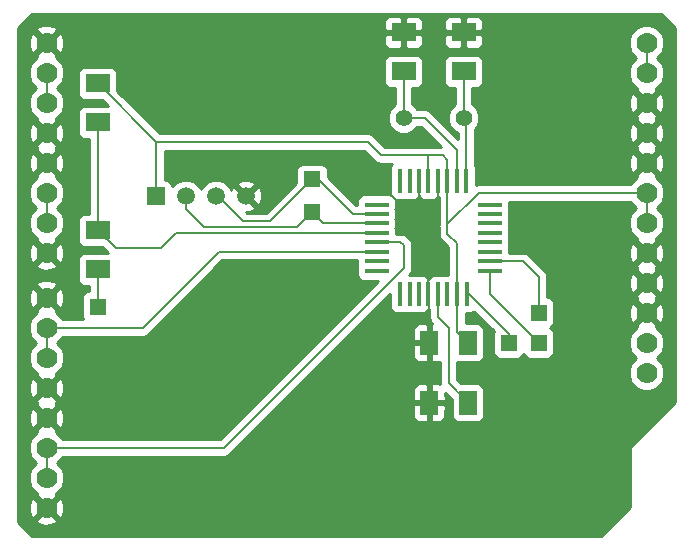
<source format=gbl>
G04 (created by PCBNEW-RS274X (2012-apr-16-27)-stable) date Thu 02 May 2013 10:59:58 AM CLT*
G01*
G70*
G90*
%MOIN*%
G04 Gerber Fmt 3.4, Leading zero omitted, Abs format*
%FSLAX34Y34*%
G04 APERTURE LIST*
%ADD10C,0.006000*%
%ADD11R,0.059100X0.059100*%
%ADD12C,0.059100*%
%ADD13R,0.017700X0.078700*%
%ADD14R,0.078700X0.017700*%
%ADD15R,0.060000X0.080000*%
%ADD16R,0.080000X0.060000*%
%ADD17R,0.055000X0.055000*%
%ADD18C,0.056000*%
%ADD19C,0.070000*%
%ADD20C,0.008000*%
%ADD21C,0.010000*%
G04 APERTURE END LIST*
G54D10*
G54D11*
X10650Y-15400D03*
G54D12*
X11650Y-15400D03*
X12650Y-15400D03*
X13650Y-15400D03*
G54D13*
X20993Y-14904D03*
X20678Y-14904D03*
X20363Y-14904D03*
X20048Y-14904D03*
X19733Y-14904D03*
X19418Y-14904D03*
X19103Y-14904D03*
X18788Y-14904D03*
X18790Y-18670D03*
X21000Y-18670D03*
X20680Y-18670D03*
X20360Y-18670D03*
X20050Y-18670D03*
X19730Y-18670D03*
X19420Y-18670D03*
X19100Y-18670D03*
G54D14*
X18000Y-15688D03*
X18000Y-16002D03*
X18000Y-16318D03*
X18000Y-16632D03*
X18000Y-16948D03*
X18000Y-17262D03*
X18000Y-17578D03*
X18000Y-17892D03*
X21780Y-15690D03*
X21780Y-16000D03*
X21780Y-16320D03*
X21780Y-16630D03*
X21780Y-16940D03*
X21780Y-17260D03*
X21780Y-17580D03*
X21780Y-17900D03*
G54D15*
X21050Y-20300D03*
X19750Y-20300D03*
X21050Y-22300D03*
X19750Y-22300D03*
G54D16*
X18900Y-11250D03*
X18900Y-09950D03*
X20900Y-11250D03*
X20900Y-09950D03*
X08700Y-16550D03*
X08700Y-17850D03*
X08700Y-12950D03*
X08700Y-11650D03*
G54D17*
X23400Y-19300D03*
X23400Y-20300D03*
X22400Y-20300D03*
G54D18*
X18900Y-12800D03*
X20900Y-12800D03*
G54D19*
X07000Y-10300D03*
X07000Y-11300D03*
X07000Y-12300D03*
X07000Y-13300D03*
X07000Y-14300D03*
X07000Y-15300D03*
X07000Y-16300D03*
X07000Y-17300D03*
X07000Y-18800D03*
X07000Y-19800D03*
X07000Y-20800D03*
X07000Y-21800D03*
X07000Y-22800D03*
X07000Y-23800D03*
X07000Y-24800D03*
X07000Y-25800D03*
X27000Y-21300D03*
X27000Y-20300D03*
X27000Y-19300D03*
X27000Y-18300D03*
X27000Y-17300D03*
X27000Y-16300D03*
X27000Y-15300D03*
X27000Y-14300D03*
X27000Y-13300D03*
X27000Y-12300D03*
X27000Y-11300D03*
X27000Y-10300D03*
G54D17*
X08700Y-19100D03*
X15850Y-14850D03*
X15850Y-15950D03*
G54D20*
X27000Y-11300D02*
X27000Y-10300D01*
X20363Y-14904D02*
X20363Y-14213D01*
X20680Y-16980D02*
X20680Y-18670D01*
X20363Y-16663D02*
X20680Y-16980D01*
X21400Y-15300D02*
X20363Y-16337D01*
X20350Y-16400D02*
X20363Y-16400D01*
X20200Y-14050D02*
X19750Y-14050D01*
X20363Y-16500D02*
X20363Y-16663D01*
X20680Y-19930D02*
X21050Y-20300D01*
X19733Y-14050D02*
X19750Y-14050D01*
X20363Y-14213D02*
X20200Y-14050D01*
X19733Y-14904D02*
X19733Y-14050D01*
X10650Y-15400D02*
X10650Y-15050D01*
X20363Y-16337D02*
X20363Y-16387D01*
X10650Y-15050D02*
X10650Y-13600D01*
X10650Y-13600D02*
X08700Y-11650D01*
X17700Y-13600D02*
X18150Y-14050D01*
X18150Y-14050D02*
X19733Y-14050D01*
X10650Y-13600D02*
X17700Y-13600D01*
X27000Y-15300D02*
X21400Y-15300D01*
X20363Y-16387D02*
X20350Y-16400D01*
X20363Y-16400D02*
X20363Y-16500D01*
X20680Y-18670D02*
X20680Y-19930D01*
X27000Y-16300D02*
X27000Y-15300D01*
X20363Y-16337D02*
X20363Y-16400D01*
X20363Y-14904D02*
X20363Y-16337D01*
X08700Y-17850D02*
X08700Y-19100D01*
X11650Y-15400D02*
X11650Y-15800D01*
X11650Y-15800D02*
X11650Y-15850D01*
X15350Y-16450D02*
X15850Y-15950D01*
X12250Y-16450D02*
X15350Y-16450D01*
X11650Y-15850D02*
X12250Y-16450D01*
X18000Y-16318D02*
X16218Y-16318D01*
X16218Y-16318D02*
X15850Y-15950D01*
X18900Y-17800D02*
X12900Y-23800D01*
X18000Y-16948D02*
X18798Y-16948D01*
X12900Y-23800D02*
X07000Y-23800D01*
X18900Y-17050D02*
X18900Y-17800D01*
X07000Y-23800D02*
X07000Y-24800D01*
X18798Y-16948D02*
X18900Y-17050D01*
X12738Y-17262D02*
X10200Y-19800D01*
X07000Y-19800D02*
X07000Y-20800D01*
X10200Y-19800D02*
X07000Y-19800D01*
X18000Y-17262D02*
X12738Y-17262D01*
X12650Y-15400D02*
X12700Y-15400D01*
X12650Y-15400D02*
X12700Y-15400D01*
X13550Y-16250D02*
X14450Y-16250D01*
X17202Y-16002D02*
X16050Y-14850D01*
X18000Y-16002D02*
X17202Y-16002D01*
X14450Y-16250D02*
X15850Y-14850D01*
X12700Y-15400D02*
X13550Y-16250D01*
X16050Y-14850D02*
X15850Y-14850D01*
X19750Y-22300D02*
X19750Y-20300D01*
X20048Y-16212D02*
X19730Y-16530D01*
X19750Y-20300D02*
X19750Y-18690D01*
X20048Y-14904D02*
X20048Y-16212D01*
X19418Y-16218D02*
X19730Y-16530D01*
X19730Y-16530D02*
X19730Y-18670D01*
X19418Y-15950D02*
X19418Y-16218D01*
X19418Y-14904D02*
X19418Y-15950D01*
X19400Y-15950D02*
X19418Y-15950D01*
X19418Y-15950D02*
X19400Y-15950D01*
X13750Y-15400D02*
X13650Y-15400D01*
X17150Y-14050D02*
X19050Y-15950D01*
X15100Y-14050D02*
X17150Y-14050D01*
X13750Y-15400D02*
X15100Y-14050D01*
X19418Y-15950D02*
X19050Y-15950D01*
X19750Y-18690D02*
X19730Y-18670D01*
X20900Y-11250D02*
X20900Y-12800D01*
X20993Y-14904D02*
X20993Y-12893D01*
X20993Y-12893D02*
X20900Y-12800D01*
X20050Y-18670D02*
X20050Y-19450D01*
X20050Y-19450D02*
X20400Y-19800D01*
X20400Y-19800D02*
X20400Y-21650D01*
X20400Y-21650D02*
X21050Y-22300D01*
X23400Y-18100D02*
X23400Y-19300D01*
X21780Y-17580D02*
X22880Y-17580D01*
X22880Y-17580D02*
X23400Y-18100D01*
X21780Y-17900D02*
X21780Y-18680D01*
X21780Y-18680D02*
X23400Y-20300D01*
X08700Y-12950D02*
X08700Y-16550D01*
X08982Y-16832D02*
X08700Y-16550D01*
X11318Y-16632D02*
X10800Y-17150D01*
X10800Y-17150D02*
X09300Y-17150D01*
X09300Y-17150D02*
X08700Y-16550D01*
X18000Y-16632D02*
X11318Y-16632D01*
X21000Y-18670D02*
X21070Y-18670D01*
X22400Y-20000D02*
X22400Y-20300D01*
X21070Y-18670D02*
X22400Y-20000D01*
X18900Y-11250D02*
X18900Y-12800D01*
X20678Y-14904D02*
X20678Y-13878D01*
X19600Y-12800D02*
X18900Y-12800D01*
X20678Y-13878D02*
X19600Y-12800D01*
X07000Y-12300D02*
X07000Y-11300D01*
X07000Y-15300D02*
X07000Y-16300D01*
G54D10*
G36*
X18519Y-14340D02*
X18489Y-14370D01*
X18451Y-14461D01*
X18451Y-14560D01*
X18451Y-15346D01*
X18455Y-15356D01*
X18443Y-15351D01*
X18344Y-15351D01*
X17558Y-15351D01*
X17466Y-15389D01*
X17396Y-15459D01*
X17358Y-15550D01*
X17358Y-15649D01*
X17358Y-15712D01*
X17322Y-15712D01*
X16374Y-14764D01*
X16374Y-14526D01*
X16336Y-14434D01*
X16266Y-14364D01*
X16175Y-14326D01*
X16076Y-14326D01*
X15526Y-14326D01*
X15434Y-14364D01*
X15364Y-14434D01*
X15326Y-14525D01*
X15326Y-14624D01*
X15326Y-14964D01*
X14330Y-15960D01*
X14190Y-15960D01*
X14190Y-15478D01*
X14178Y-15266D01*
X14118Y-15121D01*
X14025Y-15096D01*
X13954Y-15167D01*
X13954Y-15025D01*
X13929Y-14932D01*
X13728Y-14860D01*
X13516Y-14872D01*
X13371Y-14932D01*
X13346Y-15025D01*
X13650Y-15329D01*
X13954Y-15025D01*
X13954Y-15167D01*
X13721Y-15400D01*
X14025Y-15704D01*
X14118Y-15679D01*
X14190Y-15478D01*
X14190Y-15960D01*
X13670Y-15960D01*
X13645Y-15935D01*
X13784Y-15928D01*
X13929Y-15868D01*
X13954Y-15775D01*
X13685Y-15506D01*
X13650Y-15471D01*
X13579Y-15400D01*
X13544Y-15365D01*
X13275Y-15096D01*
X13182Y-15121D01*
X13154Y-15197D01*
X13111Y-15092D01*
X12958Y-14939D01*
X12758Y-14856D01*
X12542Y-14856D01*
X12342Y-14939D01*
X12189Y-15092D01*
X12150Y-15185D01*
X12111Y-15092D01*
X11958Y-14939D01*
X11758Y-14856D01*
X11542Y-14856D01*
X11342Y-14939D01*
X11194Y-15087D01*
X11194Y-15056D01*
X11156Y-14964D01*
X11086Y-14894D01*
X10995Y-14856D01*
X10940Y-14856D01*
X10940Y-13890D01*
X17580Y-13890D01*
X17945Y-14255D01*
X18039Y-14318D01*
X18150Y-14340D01*
X18519Y-14340D01*
X18519Y-14340D01*
G37*
G54D21*
X18519Y-14340D02*
X18489Y-14370D01*
X18451Y-14461D01*
X18451Y-14560D01*
X18451Y-15346D01*
X18455Y-15356D01*
X18443Y-15351D01*
X18344Y-15351D01*
X17558Y-15351D01*
X17466Y-15389D01*
X17396Y-15459D01*
X17358Y-15550D01*
X17358Y-15649D01*
X17358Y-15712D01*
X17322Y-15712D01*
X16374Y-14764D01*
X16374Y-14526D01*
X16336Y-14434D01*
X16266Y-14364D01*
X16175Y-14326D01*
X16076Y-14326D01*
X15526Y-14326D01*
X15434Y-14364D01*
X15364Y-14434D01*
X15326Y-14525D01*
X15326Y-14624D01*
X15326Y-14964D01*
X14330Y-15960D01*
X14190Y-15960D01*
X14190Y-15478D01*
X14178Y-15266D01*
X14118Y-15121D01*
X14025Y-15096D01*
X13954Y-15167D01*
X13954Y-15025D01*
X13929Y-14932D01*
X13728Y-14860D01*
X13516Y-14872D01*
X13371Y-14932D01*
X13346Y-15025D01*
X13650Y-15329D01*
X13954Y-15025D01*
X13954Y-15167D01*
X13721Y-15400D01*
X14025Y-15704D01*
X14118Y-15679D01*
X14190Y-15478D01*
X14190Y-15960D01*
X13670Y-15960D01*
X13645Y-15935D01*
X13784Y-15928D01*
X13929Y-15868D01*
X13954Y-15775D01*
X13685Y-15506D01*
X13650Y-15471D01*
X13579Y-15400D01*
X13544Y-15365D01*
X13275Y-15096D01*
X13182Y-15121D01*
X13154Y-15197D01*
X13111Y-15092D01*
X12958Y-14939D01*
X12758Y-14856D01*
X12542Y-14856D01*
X12342Y-14939D01*
X12189Y-15092D01*
X12150Y-15185D01*
X12111Y-15092D01*
X11958Y-14939D01*
X11758Y-14856D01*
X11542Y-14856D01*
X11342Y-14939D01*
X11194Y-15087D01*
X11194Y-15056D01*
X11156Y-14964D01*
X11086Y-14894D01*
X10995Y-14856D01*
X10940Y-14856D01*
X10940Y-13890D01*
X17580Y-13890D01*
X17945Y-14255D01*
X18039Y-14318D01*
X18150Y-14340D01*
X18519Y-14340D01*
G54D10*
G36*
X20390Y-18028D02*
X20223Y-18028D01*
X20205Y-18035D01*
X20188Y-18028D01*
X20089Y-18028D01*
X19913Y-18028D01*
X19890Y-18037D01*
X19868Y-18028D01*
X19835Y-18028D01*
X19774Y-18089D01*
X19774Y-18113D01*
X19751Y-18136D01*
X19734Y-18174D01*
X19719Y-18136D01*
X19686Y-18103D01*
X19686Y-18089D01*
X19625Y-18028D01*
X19592Y-18028D01*
X19575Y-18035D01*
X19558Y-18028D01*
X19459Y-18028D01*
X19283Y-18028D01*
X19260Y-18037D01*
X19238Y-18028D01*
X19139Y-18028D01*
X19082Y-18028D01*
X19105Y-18005D01*
X19168Y-17911D01*
X19190Y-17800D01*
X19190Y-17050D01*
X19168Y-16939D01*
X19105Y-16845D01*
X19003Y-16743D01*
X18909Y-16680D01*
X18798Y-16658D01*
X18642Y-16658D01*
X18642Y-16495D01*
X18633Y-16475D01*
X18642Y-16456D01*
X18642Y-16357D01*
X18642Y-16181D01*
X18633Y-16160D01*
X18642Y-16140D01*
X18642Y-16041D01*
X18642Y-15865D01*
X18633Y-15845D01*
X18642Y-15826D01*
X18642Y-15727D01*
X18642Y-15551D01*
X18637Y-15540D01*
X18650Y-15546D01*
X18749Y-15546D01*
X18925Y-15546D01*
X18945Y-15537D01*
X18965Y-15546D01*
X19064Y-15546D01*
X19240Y-15546D01*
X19260Y-15537D01*
X19280Y-15546D01*
X19313Y-15546D01*
X19374Y-15485D01*
X19374Y-15466D01*
X19402Y-15438D01*
X19418Y-15399D01*
X19434Y-15438D01*
X19462Y-15466D01*
X19462Y-15485D01*
X19523Y-15546D01*
X19556Y-15546D01*
X19575Y-15537D01*
X19595Y-15546D01*
X19694Y-15546D01*
X19870Y-15546D01*
X19890Y-15537D01*
X19910Y-15546D01*
X19943Y-15546D01*
X20004Y-15485D01*
X20004Y-15466D01*
X20032Y-15438D01*
X20048Y-15399D01*
X20064Y-15438D01*
X20073Y-15447D01*
X20073Y-16334D01*
X20060Y-16400D01*
X20073Y-16465D01*
X20073Y-16500D01*
X20073Y-16663D01*
X20095Y-16774D01*
X20158Y-16868D01*
X20390Y-17100D01*
X20390Y-18028D01*
X20390Y-18028D01*
G37*
G54D21*
X20390Y-18028D02*
X20223Y-18028D01*
X20205Y-18035D01*
X20188Y-18028D01*
X20089Y-18028D01*
X19913Y-18028D01*
X19890Y-18037D01*
X19868Y-18028D01*
X19835Y-18028D01*
X19774Y-18089D01*
X19774Y-18113D01*
X19751Y-18136D01*
X19734Y-18174D01*
X19719Y-18136D01*
X19686Y-18103D01*
X19686Y-18089D01*
X19625Y-18028D01*
X19592Y-18028D01*
X19575Y-18035D01*
X19558Y-18028D01*
X19459Y-18028D01*
X19283Y-18028D01*
X19260Y-18037D01*
X19238Y-18028D01*
X19139Y-18028D01*
X19082Y-18028D01*
X19105Y-18005D01*
X19168Y-17911D01*
X19190Y-17800D01*
X19190Y-17050D01*
X19168Y-16939D01*
X19105Y-16845D01*
X19003Y-16743D01*
X18909Y-16680D01*
X18798Y-16658D01*
X18642Y-16658D01*
X18642Y-16495D01*
X18633Y-16475D01*
X18642Y-16456D01*
X18642Y-16357D01*
X18642Y-16181D01*
X18633Y-16160D01*
X18642Y-16140D01*
X18642Y-16041D01*
X18642Y-15865D01*
X18633Y-15845D01*
X18642Y-15826D01*
X18642Y-15727D01*
X18642Y-15551D01*
X18637Y-15540D01*
X18650Y-15546D01*
X18749Y-15546D01*
X18925Y-15546D01*
X18945Y-15537D01*
X18965Y-15546D01*
X19064Y-15546D01*
X19240Y-15546D01*
X19260Y-15537D01*
X19280Y-15546D01*
X19313Y-15546D01*
X19374Y-15485D01*
X19374Y-15466D01*
X19402Y-15438D01*
X19418Y-15399D01*
X19434Y-15438D01*
X19462Y-15466D01*
X19462Y-15485D01*
X19523Y-15546D01*
X19556Y-15546D01*
X19575Y-15537D01*
X19595Y-15546D01*
X19694Y-15546D01*
X19870Y-15546D01*
X19890Y-15537D01*
X19910Y-15546D01*
X19943Y-15546D01*
X20004Y-15485D01*
X20004Y-15466D01*
X20032Y-15438D01*
X20048Y-15399D01*
X20064Y-15438D01*
X20073Y-15447D01*
X20073Y-16334D01*
X20060Y-16400D01*
X20073Y-16465D01*
X20073Y-16500D01*
X20073Y-16663D01*
X20095Y-16774D01*
X20158Y-16868D01*
X20390Y-17100D01*
X20390Y-18028D01*
G54D10*
G36*
X27950Y-22279D02*
X27599Y-22630D01*
X27599Y-21419D01*
X27599Y-21181D01*
X27508Y-20961D01*
X27347Y-20800D01*
X27508Y-20639D01*
X27599Y-20419D01*
X27599Y-20181D01*
X27599Y-16419D01*
X27599Y-16181D01*
X27508Y-15961D01*
X27347Y-15800D01*
X27508Y-15639D01*
X27599Y-15419D01*
X27599Y-15181D01*
X27599Y-11419D01*
X27599Y-11181D01*
X27508Y-10961D01*
X27347Y-10800D01*
X27508Y-10639D01*
X27599Y-10419D01*
X27599Y-10181D01*
X27508Y-09961D01*
X27339Y-09792D01*
X27119Y-09701D01*
X26881Y-09701D01*
X26661Y-09792D01*
X26492Y-09961D01*
X26401Y-10181D01*
X26401Y-10419D01*
X26492Y-10639D01*
X26653Y-10800D01*
X26492Y-10961D01*
X26401Y-11181D01*
X26401Y-11419D01*
X26492Y-11639D01*
X26661Y-11808D01*
X26680Y-11815D01*
X26657Y-11886D01*
X27000Y-12229D01*
X27343Y-11886D01*
X27319Y-11815D01*
X27339Y-11808D01*
X27508Y-11639D01*
X27599Y-11419D01*
X27599Y-15181D01*
X27593Y-15166D01*
X27593Y-14391D01*
X27593Y-13391D01*
X27593Y-12391D01*
X27582Y-12156D01*
X27513Y-11990D01*
X27414Y-11957D01*
X27071Y-12300D01*
X27414Y-12643D01*
X27513Y-12610D01*
X27593Y-12391D01*
X27593Y-13391D01*
X27582Y-13156D01*
X27513Y-12990D01*
X27414Y-12957D01*
X27343Y-13028D01*
X27343Y-12886D01*
X27314Y-12800D01*
X27343Y-12714D01*
X27000Y-12371D01*
X26929Y-12442D01*
X26929Y-12300D01*
X26586Y-11957D01*
X26487Y-11990D01*
X26407Y-12209D01*
X26418Y-12444D01*
X26487Y-12610D01*
X26586Y-12643D01*
X26929Y-12300D01*
X26929Y-12442D01*
X26657Y-12714D01*
X26685Y-12800D01*
X26657Y-12886D01*
X27000Y-13229D01*
X27343Y-12886D01*
X27343Y-13028D01*
X27071Y-13300D01*
X27414Y-13643D01*
X27513Y-13610D01*
X27593Y-13391D01*
X27593Y-14391D01*
X27582Y-14156D01*
X27513Y-13990D01*
X27414Y-13957D01*
X27343Y-14028D01*
X27343Y-13886D01*
X27314Y-13800D01*
X27343Y-13714D01*
X27000Y-13371D01*
X26929Y-13442D01*
X26929Y-13300D01*
X26586Y-12957D01*
X26487Y-12990D01*
X26407Y-13209D01*
X26418Y-13444D01*
X26487Y-13610D01*
X26586Y-13643D01*
X26929Y-13300D01*
X26929Y-13442D01*
X26657Y-13714D01*
X26685Y-13800D01*
X26657Y-13886D01*
X27000Y-14229D01*
X27343Y-13886D01*
X27343Y-14028D01*
X27071Y-14300D01*
X27414Y-14643D01*
X27513Y-14610D01*
X27593Y-14391D01*
X27593Y-15166D01*
X27508Y-14961D01*
X27339Y-14792D01*
X27319Y-14784D01*
X27343Y-14714D01*
X27000Y-14371D01*
X26929Y-14442D01*
X26929Y-14300D01*
X26586Y-13957D01*
X26487Y-13990D01*
X26407Y-14209D01*
X26418Y-14444D01*
X26487Y-14610D01*
X26586Y-14643D01*
X26929Y-14300D01*
X26929Y-14442D01*
X26657Y-14714D01*
X26680Y-14784D01*
X26661Y-14792D01*
X26492Y-14961D01*
X26471Y-15010D01*
X21550Y-15010D01*
X21550Y-10062D01*
X21550Y-09838D01*
X21549Y-09601D01*
X21511Y-09509D01*
X21441Y-09439D01*
X21350Y-09401D01*
X21251Y-09401D01*
X21012Y-09400D01*
X20950Y-09462D01*
X20950Y-09900D01*
X21488Y-09900D01*
X21550Y-09838D01*
X21550Y-10062D01*
X21488Y-10000D01*
X20950Y-10000D01*
X20950Y-10438D01*
X21012Y-10500D01*
X21251Y-10499D01*
X21350Y-10499D01*
X21441Y-10461D01*
X21511Y-10391D01*
X21549Y-10299D01*
X21550Y-10062D01*
X21550Y-15010D01*
X21400Y-15010D01*
X21330Y-15023D01*
X21330Y-14462D01*
X21292Y-14370D01*
X21283Y-14361D01*
X21283Y-13166D01*
X21349Y-13101D01*
X21430Y-12906D01*
X21430Y-12695D01*
X21349Y-12500D01*
X21201Y-12351D01*
X21190Y-12346D01*
X21190Y-11799D01*
X21349Y-11799D01*
X21441Y-11761D01*
X21511Y-11691D01*
X21549Y-11600D01*
X21549Y-11501D01*
X21549Y-10901D01*
X21511Y-10809D01*
X21441Y-10739D01*
X21350Y-10701D01*
X21251Y-10701D01*
X20850Y-10701D01*
X20850Y-10438D01*
X20850Y-10000D01*
X20850Y-09900D01*
X20850Y-09462D01*
X20788Y-09400D01*
X20549Y-09401D01*
X20450Y-09401D01*
X20359Y-09439D01*
X20289Y-09509D01*
X20251Y-09601D01*
X20250Y-09838D01*
X20312Y-09900D01*
X20850Y-09900D01*
X20850Y-10000D01*
X20312Y-10000D01*
X20250Y-10062D01*
X20251Y-10299D01*
X20289Y-10391D01*
X20359Y-10461D01*
X20450Y-10499D01*
X20549Y-10499D01*
X20788Y-10500D01*
X20850Y-10438D01*
X20850Y-10701D01*
X20451Y-10701D01*
X20359Y-10739D01*
X20289Y-10809D01*
X20251Y-10900D01*
X20251Y-10999D01*
X20251Y-11599D01*
X20289Y-11691D01*
X20359Y-11761D01*
X20450Y-11799D01*
X20549Y-11799D01*
X20610Y-11799D01*
X20610Y-12346D01*
X20600Y-12351D01*
X20451Y-12499D01*
X20370Y-12694D01*
X20370Y-12905D01*
X20451Y-13100D01*
X20599Y-13249D01*
X20703Y-13292D01*
X20703Y-13493D01*
X19805Y-12595D01*
X19711Y-12532D01*
X19600Y-12510D01*
X19550Y-12510D01*
X19550Y-10062D01*
X19550Y-09838D01*
X19549Y-09601D01*
X19511Y-09509D01*
X19441Y-09439D01*
X19350Y-09401D01*
X19251Y-09401D01*
X19012Y-09400D01*
X18950Y-09462D01*
X18950Y-09900D01*
X19488Y-09900D01*
X19550Y-09838D01*
X19550Y-10062D01*
X19488Y-10000D01*
X18950Y-10000D01*
X18950Y-10438D01*
X19012Y-10500D01*
X19251Y-10499D01*
X19350Y-10499D01*
X19441Y-10461D01*
X19511Y-10391D01*
X19549Y-10299D01*
X19550Y-10062D01*
X19550Y-12510D01*
X19353Y-12510D01*
X19349Y-12500D01*
X19201Y-12351D01*
X19190Y-12346D01*
X19190Y-11799D01*
X19349Y-11799D01*
X19441Y-11761D01*
X19511Y-11691D01*
X19549Y-11600D01*
X19549Y-11501D01*
X19549Y-10901D01*
X19511Y-10809D01*
X19441Y-10739D01*
X19350Y-10701D01*
X19251Y-10701D01*
X18850Y-10701D01*
X18850Y-10438D01*
X18850Y-10000D01*
X18850Y-09900D01*
X18850Y-09462D01*
X18788Y-09400D01*
X18549Y-09401D01*
X18450Y-09401D01*
X18359Y-09439D01*
X18289Y-09509D01*
X18251Y-09601D01*
X18250Y-09838D01*
X18312Y-09900D01*
X18850Y-09900D01*
X18850Y-10000D01*
X18312Y-10000D01*
X18250Y-10062D01*
X18251Y-10299D01*
X18289Y-10391D01*
X18359Y-10461D01*
X18450Y-10499D01*
X18549Y-10499D01*
X18788Y-10500D01*
X18850Y-10438D01*
X18850Y-10701D01*
X18451Y-10701D01*
X18359Y-10739D01*
X18289Y-10809D01*
X18251Y-10900D01*
X18251Y-10999D01*
X18251Y-11599D01*
X18289Y-11691D01*
X18359Y-11761D01*
X18450Y-11799D01*
X18549Y-11799D01*
X18610Y-11799D01*
X18610Y-12346D01*
X18600Y-12351D01*
X18451Y-12499D01*
X18370Y-12694D01*
X18370Y-12905D01*
X18451Y-13100D01*
X18599Y-13249D01*
X18794Y-13330D01*
X19005Y-13330D01*
X19200Y-13249D01*
X19349Y-13101D01*
X19353Y-13090D01*
X19480Y-13090D01*
X20150Y-13760D01*
X19750Y-13760D01*
X19733Y-13760D01*
X18270Y-13760D01*
X17905Y-13395D01*
X17811Y-13332D01*
X17700Y-13310D01*
X10770Y-13310D01*
X09349Y-11888D01*
X09349Y-11301D01*
X09311Y-11209D01*
X09241Y-11139D01*
X09150Y-11101D01*
X09051Y-11101D01*
X08251Y-11101D01*
X08159Y-11139D01*
X08089Y-11209D01*
X08051Y-11300D01*
X08051Y-11399D01*
X08051Y-11999D01*
X08089Y-12091D01*
X08159Y-12161D01*
X08250Y-12199D01*
X08349Y-12199D01*
X08838Y-12199D01*
X09040Y-12401D01*
X08251Y-12401D01*
X08159Y-12439D01*
X08089Y-12509D01*
X08051Y-12600D01*
X08051Y-12699D01*
X08051Y-13299D01*
X08089Y-13391D01*
X08159Y-13461D01*
X08250Y-13499D01*
X08349Y-13499D01*
X08410Y-13499D01*
X08410Y-16001D01*
X08251Y-16001D01*
X08159Y-16039D01*
X08089Y-16109D01*
X08051Y-16200D01*
X08051Y-16299D01*
X08051Y-16899D01*
X08089Y-16991D01*
X08159Y-17061D01*
X08250Y-17099D01*
X08349Y-17099D01*
X08839Y-17099D01*
X09041Y-17301D01*
X08251Y-17301D01*
X08159Y-17339D01*
X08089Y-17409D01*
X08051Y-17500D01*
X08051Y-17599D01*
X08051Y-18199D01*
X08089Y-18291D01*
X08159Y-18361D01*
X08250Y-18399D01*
X08349Y-18399D01*
X08410Y-18399D01*
X08410Y-18576D01*
X08376Y-18576D01*
X08284Y-18614D01*
X08214Y-18684D01*
X08176Y-18775D01*
X08176Y-18874D01*
X08176Y-19424D01*
X08211Y-19510D01*
X07599Y-19510D01*
X07599Y-16419D01*
X07599Y-16181D01*
X07508Y-15961D01*
X07347Y-15800D01*
X07508Y-15639D01*
X07599Y-15419D01*
X07599Y-15181D01*
X07599Y-12419D01*
X07599Y-12181D01*
X07508Y-11961D01*
X07347Y-11800D01*
X07508Y-11639D01*
X07599Y-11419D01*
X07599Y-11181D01*
X07593Y-11166D01*
X07593Y-10391D01*
X07582Y-10156D01*
X07513Y-09990D01*
X07414Y-09957D01*
X07343Y-10028D01*
X07343Y-09886D01*
X07310Y-09787D01*
X07091Y-09707D01*
X06856Y-09718D01*
X06690Y-09787D01*
X06657Y-09886D01*
X07000Y-10229D01*
X07343Y-09886D01*
X07343Y-10028D01*
X07071Y-10300D01*
X07414Y-10643D01*
X07513Y-10610D01*
X07593Y-10391D01*
X07593Y-11166D01*
X07508Y-10961D01*
X07339Y-10792D01*
X07319Y-10784D01*
X07343Y-10714D01*
X07000Y-10371D01*
X06929Y-10442D01*
X06929Y-10300D01*
X06586Y-09957D01*
X06487Y-09990D01*
X06407Y-10209D01*
X06418Y-10444D01*
X06487Y-10610D01*
X06586Y-10643D01*
X06929Y-10300D01*
X06929Y-10442D01*
X06657Y-10714D01*
X06680Y-10784D01*
X06661Y-10792D01*
X06492Y-10961D01*
X06401Y-11181D01*
X06401Y-11419D01*
X06492Y-11639D01*
X06653Y-11800D01*
X06492Y-11961D01*
X06401Y-12181D01*
X06401Y-12419D01*
X06492Y-12639D01*
X06661Y-12808D01*
X06680Y-12815D01*
X06657Y-12886D01*
X07000Y-13229D01*
X07343Y-12886D01*
X07319Y-12815D01*
X07339Y-12808D01*
X07508Y-12639D01*
X07599Y-12419D01*
X07599Y-15181D01*
X07593Y-15166D01*
X07593Y-14391D01*
X07593Y-13391D01*
X07582Y-13156D01*
X07513Y-12990D01*
X07414Y-12957D01*
X07071Y-13300D01*
X07414Y-13643D01*
X07513Y-13610D01*
X07593Y-13391D01*
X07593Y-14391D01*
X07582Y-14156D01*
X07513Y-13990D01*
X07414Y-13957D01*
X07343Y-14028D01*
X07343Y-13886D01*
X07314Y-13800D01*
X07343Y-13714D01*
X07000Y-13371D01*
X06929Y-13442D01*
X06929Y-13300D01*
X06586Y-12957D01*
X06487Y-12990D01*
X06407Y-13209D01*
X06418Y-13444D01*
X06487Y-13610D01*
X06586Y-13643D01*
X06929Y-13300D01*
X06929Y-13442D01*
X06657Y-13714D01*
X06685Y-13800D01*
X06657Y-13886D01*
X07000Y-14229D01*
X07343Y-13886D01*
X07343Y-14028D01*
X07071Y-14300D01*
X07414Y-14643D01*
X07513Y-14610D01*
X07593Y-14391D01*
X07593Y-15166D01*
X07508Y-14961D01*
X07339Y-14792D01*
X07319Y-14784D01*
X07343Y-14714D01*
X07000Y-14371D01*
X06929Y-14442D01*
X06929Y-14300D01*
X06586Y-13957D01*
X06487Y-13990D01*
X06407Y-14209D01*
X06418Y-14444D01*
X06487Y-14610D01*
X06586Y-14643D01*
X06929Y-14300D01*
X06929Y-14442D01*
X06657Y-14714D01*
X06680Y-14784D01*
X06661Y-14792D01*
X06492Y-14961D01*
X06401Y-15181D01*
X06401Y-15419D01*
X06492Y-15639D01*
X06653Y-15800D01*
X06492Y-15961D01*
X06401Y-16181D01*
X06401Y-16419D01*
X06492Y-16639D01*
X06661Y-16808D01*
X06680Y-16815D01*
X06657Y-16886D01*
X07000Y-17229D01*
X07343Y-16886D01*
X07319Y-16815D01*
X07339Y-16808D01*
X07508Y-16639D01*
X07599Y-16419D01*
X07599Y-19510D01*
X07593Y-19510D01*
X07593Y-18891D01*
X07593Y-17391D01*
X07582Y-17156D01*
X07513Y-16990D01*
X07414Y-16957D01*
X07071Y-17300D01*
X07414Y-17643D01*
X07513Y-17610D01*
X07593Y-17391D01*
X07593Y-18891D01*
X07582Y-18656D01*
X07513Y-18490D01*
X07414Y-18457D01*
X07343Y-18528D01*
X07343Y-18386D01*
X07343Y-17714D01*
X07000Y-17371D01*
X06929Y-17442D01*
X06929Y-17300D01*
X06586Y-16957D01*
X06487Y-16990D01*
X06407Y-17209D01*
X06418Y-17444D01*
X06487Y-17610D01*
X06586Y-17643D01*
X06929Y-17300D01*
X06929Y-17442D01*
X06657Y-17714D01*
X06690Y-17813D01*
X06909Y-17893D01*
X07144Y-17882D01*
X07310Y-17813D01*
X07343Y-17714D01*
X07343Y-18386D01*
X07310Y-18287D01*
X07091Y-18207D01*
X06856Y-18218D01*
X06690Y-18287D01*
X06657Y-18386D01*
X07000Y-18729D01*
X07343Y-18386D01*
X07343Y-18528D01*
X07071Y-18800D01*
X07414Y-19143D01*
X07513Y-19110D01*
X07593Y-18891D01*
X07593Y-19510D01*
X07528Y-19510D01*
X07508Y-19461D01*
X07339Y-19292D01*
X07319Y-19284D01*
X07343Y-19214D01*
X07000Y-18871D01*
X06929Y-18942D01*
X06929Y-18800D01*
X06586Y-18457D01*
X06487Y-18490D01*
X06407Y-18709D01*
X06418Y-18944D01*
X06487Y-19110D01*
X06586Y-19143D01*
X06929Y-18800D01*
X06929Y-18942D01*
X06657Y-19214D01*
X06680Y-19284D01*
X06661Y-19292D01*
X06492Y-19461D01*
X06401Y-19681D01*
X06401Y-19919D01*
X06492Y-20139D01*
X06653Y-20300D01*
X06492Y-20461D01*
X06401Y-20681D01*
X06401Y-20919D01*
X06492Y-21139D01*
X06661Y-21308D01*
X06680Y-21315D01*
X06657Y-21386D01*
X07000Y-21729D01*
X07343Y-21386D01*
X07319Y-21315D01*
X07339Y-21308D01*
X07508Y-21139D01*
X07599Y-20919D01*
X07599Y-20681D01*
X07508Y-20461D01*
X07347Y-20300D01*
X07508Y-20139D01*
X07528Y-20090D01*
X10200Y-20090D01*
X10311Y-20068D01*
X10405Y-20005D01*
X12858Y-17552D01*
X17358Y-17552D01*
X17358Y-17715D01*
X17366Y-17734D01*
X17358Y-17754D01*
X17358Y-17853D01*
X17358Y-18029D01*
X17396Y-18121D01*
X17466Y-18191D01*
X17557Y-18229D01*
X17656Y-18229D01*
X18061Y-18229D01*
X12780Y-23510D01*
X07593Y-23510D01*
X07593Y-22891D01*
X07593Y-21891D01*
X07582Y-21656D01*
X07513Y-21490D01*
X07414Y-21457D01*
X07071Y-21800D01*
X07414Y-22143D01*
X07513Y-22110D01*
X07593Y-21891D01*
X07593Y-22891D01*
X07582Y-22656D01*
X07513Y-22490D01*
X07414Y-22457D01*
X07343Y-22528D01*
X07343Y-22386D01*
X07314Y-22300D01*
X07343Y-22214D01*
X07000Y-21871D01*
X06929Y-21942D01*
X06929Y-21800D01*
X06586Y-21457D01*
X06487Y-21490D01*
X06407Y-21709D01*
X06418Y-21944D01*
X06487Y-22110D01*
X06586Y-22143D01*
X06929Y-21800D01*
X06929Y-21942D01*
X06657Y-22214D01*
X06685Y-22300D01*
X06657Y-22386D01*
X07000Y-22729D01*
X07343Y-22386D01*
X07343Y-22528D01*
X07071Y-22800D01*
X07414Y-23143D01*
X07513Y-23110D01*
X07593Y-22891D01*
X07593Y-23510D01*
X07528Y-23510D01*
X07508Y-23461D01*
X07339Y-23292D01*
X07319Y-23284D01*
X07343Y-23214D01*
X07000Y-22871D01*
X06929Y-22942D01*
X06929Y-22800D01*
X06586Y-22457D01*
X06487Y-22490D01*
X06407Y-22709D01*
X06418Y-22944D01*
X06487Y-23110D01*
X06586Y-23143D01*
X06929Y-22800D01*
X06929Y-22942D01*
X06657Y-23214D01*
X06680Y-23284D01*
X06661Y-23292D01*
X06492Y-23461D01*
X06401Y-23681D01*
X06401Y-23919D01*
X06492Y-24139D01*
X06653Y-24300D01*
X06492Y-24461D01*
X06401Y-24681D01*
X06401Y-24919D01*
X06492Y-25139D01*
X06661Y-25308D01*
X06680Y-25315D01*
X06657Y-25386D01*
X07000Y-25729D01*
X07343Y-25386D01*
X07319Y-25315D01*
X07339Y-25308D01*
X07508Y-25139D01*
X07599Y-24919D01*
X07599Y-24681D01*
X07508Y-24461D01*
X07347Y-24300D01*
X07508Y-24139D01*
X07528Y-24090D01*
X12900Y-24090D01*
X13011Y-24068D01*
X13105Y-24005D01*
X18453Y-18657D01*
X18453Y-19112D01*
X18491Y-19204D01*
X18561Y-19274D01*
X18652Y-19312D01*
X18751Y-19312D01*
X18927Y-19312D01*
X18944Y-19304D01*
X18962Y-19312D01*
X19061Y-19312D01*
X19237Y-19312D01*
X19259Y-19302D01*
X19282Y-19312D01*
X19381Y-19312D01*
X19557Y-19312D01*
X19574Y-19304D01*
X19592Y-19312D01*
X19625Y-19312D01*
X19686Y-19251D01*
X19686Y-19237D01*
X19719Y-19204D01*
X19735Y-19165D01*
X19751Y-19204D01*
X19760Y-19213D01*
X19760Y-19450D01*
X19782Y-19561D01*
X19845Y-19655D01*
X19851Y-19661D01*
X19800Y-19712D01*
X19800Y-20200D01*
X19800Y-20250D01*
X19800Y-20350D01*
X19800Y-20400D01*
X19800Y-20888D01*
X19862Y-20950D01*
X20099Y-20949D01*
X20110Y-20944D01*
X20110Y-21650D01*
X20111Y-21656D01*
X20099Y-21651D01*
X19862Y-21650D01*
X19800Y-21712D01*
X19800Y-22250D01*
X20238Y-22250D01*
X20300Y-22188D01*
X20299Y-21959D01*
X20501Y-22161D01*
X20501Y-22749D01*
X20539Y-22841D01*
X20609Y-22911D01*
X20700Y-22949D01*
X20799Y-22949D01*
X21399Y-22949D01*
X21491Y-22911D01*
X21561Y-22841D01*
X21599Y-22750D01*
X21599Y-22651D01*
X21599Y-21851D01*
X21561Y-21759D01*
X21491Y-21689D01*
X21400Y-21651D01*
X21301Y-21651D01*
X20811Y-21651D01*
X20690Y-21530D01*
X20690Y-20944D01*
X20700Y-20949D01*
X20799Y-20949D01*
X21399Y-20949D01*
X21491Y-20911D01*
X21561Y-20841D01*
X21599Y-20750D01*
X21599Y-20651D01*
X21599Y-19851D01*
X21561Y-19759D01*
X21491Y-19689D01*
X21400Y-19651D01*
X21301Y-19651D01*
X20970Y-19651D01*
X20970Y-19312D01*
X21137Y-19312D01*
X21229Y-19274D01*
X21246Y-19256D01*
X21902Y-19912D01*
X21876Y-19975D01*
X21876Y-20074D01*
X21876Y-20624D01*
X21914Y-20716D01*
X21984Y-20786D01*
X22075Y-20824D01*
X22174Y-20824D01*
X22724Y-20824D01*
X22816Y-20786D01*
X22886Y-20716D01*
X22900Y-20682D01*
X22914Y-20716D01*
X22984Y-20786D01*
X23075Y-20824D01*
X23174Y-20824D01*
X23724Y-20824D01*
X23816Y-20786D01*
X23886Y-20716D01*
X23924Y-20625D01*
X23924Y-20526D01*
X23924Y-19976D01*
X23886Y-19884D01*
X23816Y-19814D01*
X23782Y-19799D01*
X23816Y-19786D01*
X23886Y-19716D01*
X23924Y-19625D01*
X23924Y-19526D01*
X23924Y-18976D01*
X23886Y-18884D01*
X23816Y-18814D01*
X23725Y-18776D01*
X23690Y-18776D01*
X23690Y-18100D01*
X23668Y-17989D01*
X23605Y-17895D01*
X23085Y-17375D01*
X22991Y-17312D01*
X22880Y-17290D01*
X22422Y-17290D01*
X22422Y-17123D01*
X22412Y-17100D01*
X22422Y-17078D01*
X22422Y-16979D01*
X22422Y-16803D01*
X22414Y-16785D01*
X22422Y-16768D01*
X22422Y-16669D01*
X22422Y-16493D01*
X22414Y-16475D01*
X22422Y-16458D01*
X22422Y-16359D01*
X22422Y-16183D01*
X22412Y-16160D01*
X22422Y-16138D01*
X22422Y-16039D01*
X22422Y-15863D01*
X22414Y-15845D01*
X22422Y-15828D01*
X22422Y-15729D01*
X22422Y-15590D01*
X26471Y-15590D01*
X26492Y-15639D01*
X26653Y-15800D01*
X26492Y-15961D01*
X26401Y-16181D01*
X26401Y-16419D01*
X26492Y-16639D01*
X26661Y-16808D01*
X26680Y-16815D01*
X26657Y-16886D01*
X27000Y-17229D01*
X27343Y-16886D01*
X27319Y-16815D01*
X27339Y-16808D01*
X27508Y-16639D01*
X27599Y-16419D01*
X27599Y-20181D01*
X27593Y-20166D01*
X27593Y-19391D01*
X27593Y-18391D01*
X27593Y-17391D01*
X27582Y-17156D01*
X27513Y-16990D01*
X27414Y-16957D01*
X27071Y-17300D01*
X27414Y-17643D01*
X27513Y-17610D01*
X27593Y-17391D01*
X27593Y-18391D01*
X27582Y-18156D01*
X27513Y-17990D01*
X27414Y-17957D01*
X27343Y-18028D01*
X27343Y-17886D01*
X27314Y-17800D01*
X27343Y-17714D01*
X27000Y-17371D01*
X26929Y-17442D01*
X26929Y-17300D01*
X26586Y-16957D01*
X26487Y-16990D01*
X26407Y-17209D01*
X26418Y-17444D01*
X26487Y-17610D01*
X26586Y-17643D01*
X26929Y-17300D01*
X26929Y-17442D01*
X26657Y-17714D01*
X26685Y-17800D01*
X26657Y-17886D01*
X27000Y-18229D01*
X27343Y-17886D01*
X27343Y-18028D01*
X27071Y-18300D01*
X27414Y-18643D01*
X27513Y-18610D01*
X27593Y-18391D01*
X27593Y-19391D01*
X27582Y-19156D01*
X27513Y-18990D01*
X27414Y-18957D01*
X27343Y-19028D01*
X27343Y-18886D01*
X27314Y-18800D01*
X27343Y-18714D01*
X27000Y-18371D01*
X26929Y-18442D01*
X26929Y-18300D01*
X26586Y-17957D01*
X26487Y-17990D01*
X26407Y-18209D01*
X26418Y-18444D01*
X26487Y-18610D01*
X26586Y-18643D01*
X26929Y-18300D01*
X26929Y-18442D01*
X26657Y-18714D01*
X26685Y-18800D01*
X26657Y-18886D01*
X27000Y-19229D01*
X27343Y-18886D01*
X27343Y-19028D01*
X27071Y-19300D01*
X27414Y-19643D01*
X27513Y-19610D01*
X27593Y-19391D01*
X27593Y-20166D01*
X27508Y-19961D01*
X27339Y-19792D01*
X27319Y-19784D01*
X27343Y-19714D01*
X27000Y-19371D01*
X26929Y-19442D01*
X26929Y-19300D01*
X26586Y-18957D01*
X26487Y-18990D01*
X26407Y-19209D01*
X26418Y-19444D01*
X26487Y-19610D01*
X26586Y-19643D01*
X26929Y-19300D01*
X26929Y-19442D01*
X26657Y-19714D01*
X26680Y-19784D01*
X26661Y-19792D01*
X26492Y-19961D01*
X26401Y-20181D01*
X26401Y-20419D01*
X26492Y-20639D01*
X26653Y-20800D01*
X26492Y-20961D01*
X26401Y-21181D01*
X26401Y-21419D01*
X26492Y-21639D01*
X26661Y-21808D01*
X26881Y-21899D01*
X27119Y-21899D01*
X27339Y-21808D01*
X27508Y-21639D01*
X27599Y-21419D01*
X27599Y-22630D01*
X26450Y-23779D01*
X26450Y-25779D01*
X25479Y-26750D01*
X20300Y-26750D01*
X20300Y-22412D01*
X20238Y-22350D01*
X19800Y-22350D01*
X19800Y-22888D01*
X19862Y-22950D01*
X20099Y-22949D01*
X20191Y-22911D01*
X20261Y-22841D01*
X20299Y-22750D01*
X20299Y-22651D01*
X20300Y-22412D01*
X20300Y-26750D01*
X19700Y-26750D01*
X19700Y-22888D01*
X19700Y-22350D01*
X19700Y-22250D01*
X19700Y-21712D01*
X19700Y-20888D01*
X19700Y-20350D01*
X19700Y-20250D01*
X19700Y-19712D01*
X19638Y-19650D01*
X19401Y-19651D01*
X19309Y-19689D01*
X19239Y-19759D01*
X19201Y-19850D01*
X19201Y-19949D01*
X19200Y-20188D01*
X19262Y-20250D01*
X19700Y-20250D01*
X19700Y-20350D01*
X19262Y-20350D01*
X19200Y-20412D01*
X19201Y-20651D01*
X19201Y-20750D01*
X19239Y-20841D01*
X19309Y-20911D01*
X19401Y-20949D01*
X19638Y-20950D01*
X19700Y-20888D01*
X19700Y-21712D01*
X19638Y-21650D01*
X19401Y-21651D01*
X19309Y-21689D01*
X19239Y-21759D01*
X19201Y-21850D01*
X19201Y-21949D01*
X19200Y-22188D01*
X19262Y-22250D01*
X19700Y-22250D01*
X19700Y-22350D01*
X19262Y-22350D01*
X19200Y-22412D01*
X19201Y-22651D01*
X19201Y-22750D01*
X19239Y-22841D01*
X19309Y-22911D01*
X19401Y-22949D01*
X19638Y-22950D01*
X19700Y-22888D01*
X19700Y-26750D01*
X07593Y-26750D01*
X07593Y-25891D01*
X07582Y-25656D01*
X07513Y-25490D01*
X07414Y-25457D01*
X07071Y-25800D01*
X07414Y-26143D01*
X07513Y-26110D01*
X07593Y-25891D01*
X07593Y-26750D01*
X07343Y-26750D01*
X07343Y-26214D01*
X07000Y-25871D01*
X06929Y-25942D01*
X06929Y-25800D01*
X06586Y-25457D01*
X06487Y-25490D01*
X06407Y-25709D01*
X06418Y-25944D01*
X06487Y-26110D01*
X06586Y-26143D01*
X06929Y-25800D01*
X06929Y-25942D01*
X06657Y-26214D01*
X06690Y-26313D01*
X06909Y-26393D01*
X07144Y-26382D01*
X07310Y-26313D01*
X07343Y-26214D01*
X07343Y-26750D01*
X06521Y-26750D01*
X06050Y-26279D01*
X06050Y-09821D01*
X06521Y-09350D01*
X27479Y-09350D01*
X27950Y-09821D01*
X27950Y-22279D01*
X27950Y-22279D01*
G37*
G54D21*
X27950Y-22279D02*
X27599Y-22630D01*
X27599Y-21419D01*
X27599Y-21181D01*
X27508Y-20961D01*
X27347Y-20800D01*
X27508Y-20639D01*
X27599Y-20419D01*
X27599Y-20181D01*
X27599Y-16419D01*
X27599Y-16181D01*
X27508Y-15961D01*
X27347Y-15800D01*
X27508Y-15639D01*
X27599Y-15419D01*
X27599Y-15181D01*
X27599Y-11419D01*
X27599Y-11181D01*
X27508Y-10961D01*
X27347Y-10800D01*
X27508Y-10639D01*
X27599Y-10419D01*
X27599Y-10181D01*
X27508Y-09961D01*
X27339Y-09792D01*
X27119Y-09701D01*
X26881Y-09701D01*
X26661Y-09792D01*
X26492Y-09961D01*
X26401Y-10181D01*
X26401Y-10419D01*
X26492Y-10639D01*
X26653Y-10800D01*
X26492Y-10961D01*
X26401Y-11181D01*
X26401Y-11419D01*
X26492Y-11639D01*
X26661Y-11808D01*
X26680Y-11815D01*
X26657Y-11886D01*
X27000Y-12229D01*
X27343Y-11886D01*
X27319Y-11815D01*
X27339Y-11808D01*
X27508Y-11639D01*
X27599Y-11419D01*
X27599Y-15181D01*
X27593Y-15166D01*
X27593Y-14391D01*
X27593Y-13391D01*
X27593Y-12391D01*
X27582Y-12156D01*
X27513Y-11990D01*
X27414Y-11957D01*
X27071Y-12300D01*
X27414Y-12643D01*
X27513Y-12610D01*
X27593Y-12391D01*
X27593Y-13391D01*
X27582Y-13156D01*
X27513Y-12990D01*
X27414Y-12957D01*
X27343Y-13028D01*
X27343Y-12886D01*
X27314Y-12800D01*
X27343Y-12714D01*
X27000Y-12371D01*
X26929Y-12442D01*
X26929Y-12300D01*
X26586Y-11957D01*
X26487Y-11990D01*
X26407Y-12209D01*
X26418Y-12444D01*
X26487Y-12610D01*
X26586Y-12643D01*
X26929Y-12300D01*
X26929Y-12442D01*
X26657Y-12714D01*
X26685Y-12800D01*
X26657Y-12886D01*
X27000Y-13229D01*
X27343Y-12886D01*
X27343Y-13028D01*
X27071Y-13300D01*
X27414Y-13643D01*
X27513Y-13610D01*
X27593Y-13391D01*
X27593Y-14391D01*
X27582Y-14156D01*
X27513Y-13990D01*
X27414Y-13957D01*
X27343Y-14028D01*
X27343Y-13886D01*
X27314Y-13800D01*
X27343Y-13714D01*
X27000Y-13371D01*
X26929Y-13442D01*
X26929Y-13300D01*
X26586Y-12957D01*
X26487Y-12990D01*
X26407Y-13209D01*
X26418Y-13444D01*
X26487Y-13610D01*
X26586Y-13643D01*
X26929Y-13300D01*
X26929Y-13442D01*
X26657Y-13714D01*
X26685Y-13800D01*
X26657Y-13886D01*
X27000Y-14229D01*
X27343Y-13886D01*
X27343Y-14028D01*
X27071Y-14300D01*
X27414Y-14643D01*
X27513Y-14610D01*
X27593Y-14391D01*
X27593Y-15166D01*
X27508Y-14961D01*
X27339Y-14792D01*
X27319Y-14784D01*
X27343Y-14714D01*
X27000Y-14371D01*
X26929Y-14442D01*
X26929Y-14300D01*
X26586Y-13957D01*
X26487Y-13990D01*
X26407Y-14209D01*
X26418Y-14444D01*
X26487Y-14610D01*
X26586Y-14643D01*
X26929Y-14300D01*
X26929Y-14442D01*
X26657Y-14714D01*
X26680Y-14784D01*
X26661Y-14792D01*
X26492Y-14961D01*
X26471Y-15010D01*
X21550Y-15010D01*
X21550Y-10062D01*
X21550Y-09838D01*
X21549Y-09601D01*
X21511Y-09509D01*
X21441Y-09439D01*
X21350Y-09401D01*
X21251Y-09401D01*
X21012Y-09400D01*
X20950Y-09462D01*
X20950Y-09900D01*
X21488Y-09900D01*
X21550Y-09838D01*
X21550Y-10062D01*
X21488Y-10000D01*
X20950Y-10000D01*
X20950Y-10438D01*
X21012Y-10500D01*
X21251Y-10499D01*
X21350Y-10499D01*
X21441Y-10461D01*
X21511Y-10391D01*
X21549Y-10299D01*
X21550Y-10062D01*
X21550Y-15010D01*
X21400Y-15010D01*
X21330Y-15023D01*
X21330Y-14462D01*
X21292Y-14370D01*
X21283Y-14361D01*
X21283Y-13166D01*
X21349Y-13101D01*
X21430Y-12906D01*
X21430Y-12695D01*
X21349Y-12500D01*
X21201Y-12351D01*
X21190Y-12346D01*
X21190Y-11799D01*
X21349Y-11799D01*
X21441Y-11761D01*
X21511Y-11691D01*
X21549Y-11600D01*
X21549Y-11501D01*
X21549Y-10901D01*
X21511Y-10809D01*
X21441Y-10739D01*
X21350Y-10701D01*
X21251Y-10701D01*
X20850Y-10701D01*
X20850Y-10438D01*
X20850Y-10000D01*
X20850Y-09900D01*
X20850Y-09462D01*
X20788Y-09400D01*
X20549Y-09401D01*
X20450Y-09401D01*
X20359Y-09439D01*
X20289Y-09509D01*
X20251Y-09601D01*
X20250Y-09838D01*
X20312Y-09900D01*
X20850Y-09900D01*
X20850Y-10000D01*
X20312Y-10000D01*
X20250Y-10062D01*
X20251Y-10299D01*
X20289Y-10391D01*
X20359Y-10461D01*
X20450Y-10499D01*
X20549Y-10499D01*
X20788Y-10500D01*
X20850Y-10438D01*
X20850Y-10701D01*
X20451Y-10701D01*
X20359Y-10739D01*
X20289Y-10809D01*
X20251Y-10900D01*
X20251Y-10999D01*
X20251Y-11599D01*
X20289Y-11691D01*
X20359Y-11761D01*
X20450Y-11799D01*
X20549Y-11799D01*
X20610Y-11799D01*
X20610Y-12346D01*
X20600Y-12351D01*
X20451Y-12499D01*
X20370Y-12694D01*
X20370Y-12905D01*
X20451Y-13100D01*
X20599Y-13249D01*
X20703Y-13292D01*
X20703Y-13493D01*
X19805Y-12595D01*
X19711Y-12532D01*
X19600Y-12510D01*
X19550Y-12510D01*
X19550Y-10062D01*
X19550Y-09838D01*
X19549Y-09601D01*
X19511Y-09509D01*
X19441Y-09439D01*
X19350Y-09401D01*
X19251Y-09401D01*
X19012Y-09400D01*
X18950Y-09462D01*
X18950Y-09900D01*
X19488Y-09900D01*
X19550Y-09838D01*
X19550Y-10062D01*
X19488Y-10000D01*
X18950Y-10000D01*
X18950Y-10438D01*
X19012Y-10500D01*
X19251Y-10499D01*
X19350Y-10499D01*
X19441Y-10461D01*
X19511Y-10391D01*
X19549Y-10299D01*
X19550Y-10062D01*
X19550Y-12510D01*
X19353Y-12510D01*
X19349Y-12500D01*
X19201Y-12351D01*
X19190Y-12346D01*
X19190Y-11799D01*
X19349Y-11799D01*
X19441Y-11761D01*
X19511Y-11691D01*
X19549Y-11600D01*
X19549Y-11501D01*
X19549Y-10901D01*
X19511Y-10809D01*
X19441Y-10739D01*
X19350Y-10701D01*
X19251Y-10701D01*
X18850Y-10701D01*
X18850Y-10438D01*
X18850Y-10000D01*
X18850Y-09900D01*
X18850Y-09462D01*
X18788Y-09400D01*
X18549Y-09401D01*
X18450Y-09401D01*
X18359Y-09439D01*
X18289Y-09509D01*
X18251Y-09601D01*
X18250Y-09838D01*
X18312Y-09900D01*
X18850Y-09900D01*
X18850Y-10000D01*
X18312Y-10000D01*
X18250Y-10062D01*
X18251Y-10299D01*
X18289Y-10391D01*
X18359Y-10461D01*
X18450Y-10499D01*
X18549Y-10499D01*
X18788Y-10500D01*
X18850Y-10438D01*
X18850Y-10701D01*
X18451Y-10701D01*
X18359Y-10739D01*
X18289Y-10809D01*
X18251Y-10900D01*
X18251Y-10999D01*
X18251Y-11599D01*
X18289Y-11691D01*
X18359Y-11761D01*
X18450Y-11799D01*
X18549Y-11799D01*
X18610Y-11799D01*
X18610Y-12346D01*
X18600Y-12351D01*
X18451Y-12499D01*
X18370Y-12694D01*
X18370Y-12905D01*
X18451Y-13100D01*
X18599Y-13249D01*
X18794Y-13330D01*
X19005Y-13330D01*
X19200Y-13249D01*
X19349Y-13101D01*
X19353Y-13090D01*
X19480Y-13090D01*
X20150Y-13760D01*
X19750Y-13760D01*
X19733Y-13760D01*
X18270Y-13760D01*
X17905Y-13395D01*
X17811Y-13332D01*
X17700Y-13310D01*
X10770Y-13310D01*
X09349Y-11888D01*
X09349Y-11301D01*
X09311Y-11209D01*
X09241Y-11139D01*
X09150Y-11101D01*
X09051Y-11101D01*
X08251Y-11101D01*
X08159Y-11139D01*
X08089Y-11209D01*
X08051Y-11300D01*
X08051Y-11399D01*
X08051Y-11999D01*
X08089Y-12091D01*
X08159Y-12161D01*
X08250Y-12199D01*
X08349Y-12199D01*
X08838Y-12199D01*
X09040Y-12401D01*
X08251Y-12401D01*
X08159Y-12439D01*
X08089Y-12509D01*
X08051Y-12600D01*
X08051Y-12699D01*
X08051Y-13299D01*
X08089Y-13391D01*
X08159Y-13461D01*
X08250Y-13499D01*
X08349Y-13499D01*
X08410Y-13499D01*
X08410Y-16001D01*
X08251Y-16001D01*
X08159Y-16039D01*
X08089Y-16109D01*
X08051Y-16200D01*
X08051Y-16299D01*
X08051Y-16899D01*
X08089Y-16991D01*
X08159Y-17061D01*
X08250Y-17099D01*
X08349Y-17099D01*
X08839Y-17099D01*
X09041Y-17301D01*
X08251Y-17301D01*
X08159Y-17339D01*
X08089Y-17409D01*
X08051Y-17500D01*
X08051Y-17599D01*
X08051Y-18199D01*
X08089Y-18291D01*
X08159Y-18361D01*
X08250Y-18399D01*
X08349Y-18399D01*
X08410Y-18399D01*
X08410Y-18576D01*
X08376Y-18576D01*
X08284Y-18614D01*
X08214Y-18684D01*
X08176Y-18775D01*
X08176Y-18874D01*
X08176Y-19424D01*
X08211Y-19510D01*
X07599Y-19510D01*
X07599Y-16419D01*
X07599Y-16181D01*
X07508Y-15961D01*
X07347Y-15800D01*
X07508Y-15639D01*
X07599Y-15419D01*
X07599Y-15181D01*
X07599Y-12419D01*
X07599Y-12181D01*
X07508Y-11961D01*
X07347Y-11800D01*
X07508Y-11639D01*
X07599Y-11419D01*
X07599Y-11181D01*
X07593Y-11166D01*
X07593Y-10391D01*
X07582Y-10156D01*
X07513Y-09990D01*
X07414Y-09957D01*
X07343Y-10028D01*
X07343Y-09886D01*
X07310Y-09787D01*
X07091Y-09707D01*
X06856Y-09718D01*
X06690Y-09787D01*
X06657Y-09886D01*
X07000Y-10229D01*
X07343Y-09886D01*
X07343Y-10028D01*
X07071Y-10300D01*
X07414Y-10643D01*
X07513Y-10610D01*
X07593Y-10391D01*
X07593Y-11166D01*
X07508Y-10961D01*
X07339Y-10792D01*
X07319Y-10784D01*
X07343Y-10714D01*
X07000Y-10371D01*
X06929Y-10442D01*
X06929Y-10300D01*
X06586Y-09957D01*
X06487Y-09990D01*
X06407Y-10209D01*
X06418Y-10444D01*
X06487Y-10610D01*
X06586Y-10643D01*
X06929Y-10300D01*
X06929Y-10442D01*
X06657Y-10714D01*
X06680Y-10784D01*
X06661Y-10792D01*
X06492Y-10961D01*
X06401Y-11181D01*
X06401Y-11419D01*
X06492Y-11639D01*
X06653Y-11800D01*
X06492Y-11961D01*
X06401Y-12181D01*
X06401Y-12419D01*
X06492Y-12639D01*
X06661Y-12808D01*
X06680Y-12815D01*
X06657Y-12886D01*
X07000Y-13229D01*
X07343Y-12886D01*
X07319Y-12815D01*
X07339Y-12808D01*
X07508Y-12639D01*
X07599Y-12419D01*
X07599Y-15181D01*
X07593Y-15166D01*
X07593Y-14391D01*
X07593Y-13391D01*
X07582Y-13156D01*
X07513Y-12990D01*
X07414Y-12957D01*
X07071Y-13300D01*
X07414Y-13643D01*
X07513Y-13610D01*
X07593Y-13391D01*
X07593Y-14391D01*
X07582Y-14156D01*
X07513Y-13990D01*
X07414Y-13957D01*
X07343Y-14028D01*
X07343Y-13886D01*
X07314Y-13800D01*
X07343Y-13714D01*
X07000Y-13371D01*
X06929Y-13442D01*
X06929Y-13300D01*
X06586Y-12957D01*
X06487Y-12990D01*
X06407Y-13209D01*
X06418Y-13444D01*
X06487Y-13610D01*
X06586Y-13643D01*
X06929Y-13300D01*
X06929Y-13442D01*
X06657Y-13714D01*
X06685Y-13800D01*
X06657Y-13886D01*
X07000Y-14229D01*
X07343Y-13886D01*
X07343Y-14028D01*
X07071Y-14300D01*
X07414Y-14643D01*
X07513Y-14610D01*
X07593Y-14391D01*
X07593Y-15166D01*
X07508Y-14961D01*
X07339Y-14792D01*
X07319Y-14784D01*
X07343Y-14714D01*
X07000Y-14371D01*
X06929Y-14442D01*
X06929Y-14300D01*
X06586Y-13957D01*
X06487Y-13990D01*
X06407Y-14209D01*
X06418Y-14444D01*
X06487Y-14610D01*
X06586Y-14643D01*
X06929Y-14300D01*
X06929Y-14442D01*
X06657Y-14714D01*
X06680Y-14784D01*
X06661Y-14792D01*
X06492Y-14961D01*
X06401Y-15181D01*
X06401Y-15419D01*
X06492Y-15639D01*
X06653Y-15800D01*
X06492Y-15961D01*
X06401Y-16181D01*
X06401Y-16419D01*
X06492Y-16639D01*
X06661Y-16808D01*
X06680Y-16815D01*
X06657Y-16886D01*
X07000Y-17229D01*
X07343Y-16886D01*
X07319Y-16815D01*
X07339Y-16808D01*
X07508Y-16639D01*
X07599Y-16419D01*
X07599Y-19510D01*
X07593Y-19510D01*
X07593Y-18891D01*
X07593Y-17391D01*
X07582Y-17156D01*
X07513Y-16990D01*
X07414Y-16957D01*
X07071Y-17300D01*
X07414Y-17643D01*
X07513Y-17610D01*
X07593Y-17391D01*
X07593Y-18891D01*
X07582Y-18656D01*
X07513Y-18490D01*
X07414Y-18457D01*
X07343Y-18528D01*
X07343Y-18386D01*
X07343Y-17714D01*
X07000Y-17371D01*
X06929Y-17442D01*
X06929Y-17300D01*
X06586Y-16957D01*
X06487Y-16990D01*
X06407Y-17209D01*
X06418Y-17444D01*
X06487Y-17610D01*
X06586Y-17643D01*
X06929Y-17300D01*
X06929Y-17442D01*
X06657Y-17714D01*
X06690Y-17813D01*
X06909Y-17893D01*
X07144Y-17882D01*
X07310Y-17813D01*
X07343Y-17714D01*
X07343Y-18386D01*
X07310Y-18287D01*
X07091Y-18207D01*
X06856Y-18218D01*
X06690Y-18287D01*
X06657Y-18386D01*
X07000Y-18729D01*
X07343Y-18386D01*
X07343Y-18528D01*
X07071Y-18800D01*
X07414Y-19143D01*
X07513Y-19110D01*
X07593Y-18891D01*
X07593Y-19510D01*
X07528Y-19510D01*
X07508Y-19461D01*
X07339Y-19292D01*
X07319Y-19284D01*
X07343Y-19214D01*
X07000Y-18871D01*
X06929Y-18942D01*
X06929Y-18800D01*
X06586Y-18457D01*
X06487Y-18490D01*
X06407Y-18709D01*
X06418Y-18944D01*
X06487Y-19110D01*
X06586Y-19143D01*
X06929Y-18800D01*
X06929Y-18942D01*
X06657Y-19214D01*
X06680Y-19284D01*
X06661Y-19292D01*
X06492Y-19461D01*
X06401Y-19681D01*
X06401Y-19919D01*
X06492Y-20139D01*
X06653Y-20300D01*
X06492Y-20461D01*
X06401Y-20681D01*
X06401Y-20919D01*
X06492Y-21139D01*
X06661Y-21308D01*
X06680Y-21315D01*
X06657Y-21386D01*
X07000Y-21729D01*
X07343Y-21386D01*
X07319Y-21315D01*
X07339Y-21308D01*
X07508Y-21139D01*
X07599Y-20919D01*
X07599Y-20681D01*
X07508Y-20461D01*
X07347Y-20300D01*
X07508Y-20139D01*
X07528Y-20090D01*
X10200Y-20090D01*
X10311Y-20068D01*
X10405Y-20005D01*
X12858Y-17552D01*
X17358Y-17552D01*
X17358Y-17715D01*
X17366Y-17734D01*
X17358Y-17754D01*
X17358Y-17853D01*
X17358Y-18029D01*
X17396Y-18121D01*
X17466Y-18191D01*
X17557Y-18229D01*
X17656Y-18229D01*
X18061Y-18229D01*
X12780Y-23510D01*
X07593Y-23510D01*
X07593Y-22891D01*
X07593Y-21891D01*
X07582Y-21656D01*
X07513Y-21490D01*
X07414Y-21457D01*
X07071Y-21800D01*
X07414Y-22143D01*
X07513Y-22110D01*
X07593Y-21891D01*
X07593Y-22891D01*
X07582Y-22656D01*
X07513Y-22490D01*
X07414Y-22457D01*
X07343Y-22528D01*
X07343Y-22386D01*
X07314Y-22300D01*
X07343Y-22214D01*
X07000Y-21871D01*
X06929Y-21942D01*
X06929Y-21800D01*
X06586Y-21457D01*
X06487Y-21490D01*
X06407Y-21709D01*
X06418Y-21944D01*
X06487Y-22110D01*
X06586Y-22143D01*
X06929Y-21800D01*
X06929Y-21942D01*
X06657Y-22214D01*
X06685Y-22300D01*
X06657Y-22386D01*
X07000Y-22729D01*
X07343Y-22386D01*
X07343Y-22528D01*
X07071Y-22800D01*
X07414Y-23143D01*
X07513Y-23110D01*
X07593Y-22891D01*
X07593Y-23510D01*
X07528Y-23510D01*
X07508Y-23461D01*
X07339Y-23292D01*
X07319Y-23284D01*
X07343Y-23214D01*
X07000Y-22871D01*
X06929Y-22942D01*
X06929Y-22800D01*
X06586Y-22457D01*
X06487Y-22490D01*
X06407Y-22709D01*
X06418Y-22944D01*
X06487Y-23110D01*
X06586Y-23143D01*
X06929Y-22800D01*
X06929Y-22942D01*
X06657Y-23214D01*
X06680Y-23284D01*
X06661Y-23292D01*
X06492Y-23461D01*
X06401Y-23681D01*
X06401Y-23919D01*
X06492Y-24139D01*
X06653Y-24300D01*
X06492Y-24461D01*
X06401Y-24681D01*
X06401Y-24919D01*
X06492Y-25139D01*
X06661Y-25308D01*
X06680Y-25315D01*
X06657Y-25386D01*
X07000Y-25729D01*
X07343Y-25386D01*
X07319Y-25315D01*
X07339Y-25308D01*
X07508Y-25139D01*
X07599Y-24919D01*
X07599Y-24681D01*
X07508Y-24461D01*
X07347Y-24300D01*
X07508Y-24139D01*
X07528Y-24090D01*
X12900Y-24090D01*
X13011Y-24068D01*
X13105Y-24005D01*
X18453Y-18657D01*
X18453Y-19112D01*
X18491Y-19204D01*
X18561Y-19274D01*
X18652Y-19312D01*
X18751Y-19312D01*
X18927Y-19312D01*
X18944Y-19304D01*
X18962Y-19312D01*
X19061Y-19312D01*
X19237Y-19312D01*
X19259Y-19302D01*
X19282Y-19312D01*
X19381Y-19312D01*
X19557Y-19312D01*
X19574Y-19304D01*
X19592Y-19312D01*
X19625Y-19312D01*
X19686Y-19251D01*
X19686Y-19237D01*
X19719Y-19204D01*
X19735Y-19165D01*
X19751Y-19204D01*
X19760Y-19213D01*
X19760Y-19450D01*
X19782Y-19561D01*
X19845Y-19655D01*
X19851Y-19661D01*
X19800Y-19712D01*
X19800Y-20200D01*
X19800Y-20250D01*
X19800Y-20350D01*
X19800Y-20400D01*
X19800Y-20888D01*
X19862Y-20950D01*
X20099Y-20949D01*
X20110Y-20944D01*
X20110Y-21650D01*
X20111Y-21656D01*
X20099Y-21651D01*
X19862Y-21650D01*
X19800Y-21712D01*
X19800Y-22250D01*
X20238Y-22250D01*
X20300Y-22188D01*
X20299Y-21959D01*
X20501Y-22161D01*
X20501Y-22749D01*
X20539Y-22841D01*
X20609Y-22911D01*
X20700Y-22949D01*
X20799Y-22949D01*
X21399Y-22949D01*
X21491Y-22911D01*
X21561Y-22841D01*
X21599Y-22750D01*
X21599Y-22651D01*
X21599Y-21851D01*
X21561Y-21759D01*
X21491Y-21689D01*
X21400Y-21651D01*
X21301Y-21651D01*
X20811Y-21651D01*
X20690Y-21530D01*
X20690Y-20944D01*
X20700Y-20949D01*
X20799Y-20949D01*
X21399Y-20949D01*
X21491Y-20911D01*
X21561Y-20841D01*
X21599Y-20750D01*
X21599Y-20651D01*
X21599Y-19851D01*
X21561Y-19759D01*
X21491Y-19689D01*
X21400Y-19651D01*
X21301Y-19651D01*
X20970Y-19651D01*
X20970Y-19312D01*
X21137Y-19312D01*
X21229Y-19274D01*
X21246Y-19256D01*
X21902Y-19912D01*
X21876Y-19975D01*
X21876Y-20074D01*
X21876Y-20624D01*
X21914Y-20716D01*
X21984Y-20786D01*
X22075Y-20824D01*
X22174Y-20824D01*
X22724Y-20824D01*
X22816Y-20786D01*
X22886Y-20716D01*
X22900Y-20682D01*
X22914Y-20716D01*
X22984Y-20786D01*
X23075Y-20824D01*
X23174Y-20824D01*
X23724Y-20824D01*
X23816Y-20786D01*
X23886Y-20716D01*
X23924Y-20625D01*
X23924Y-20526D01*
X23924Y-19976D01*
X23886Y-19884D01*
X23816Y-19814D01*
X23782Y-19799D01*
X23816Y-19786D01*
X23886Y-19716D01*
X23924Y-19625D01*
X23924Y-19526D01*
X23924Y-18976D01*
X23886Y-18884D01*
X23816Y-18814D01*
X23725Y-18776D01*
X23690Y-18776D01*
X23690Y-18100D01*
X23668Y-17989D01*
X23605Y-17895D01*
X23085Y-17375D01*
X22991Y-17312D01*
X22880Y-17290D01*
X22422Y-17290D01*
X22422Y-17123D01*
X22412Y-17100D01*
X22422Y-17078D01*
X22422Y-16979D01*
X22422Y-16803D01*
X22414Y-16785D01*
X22422Y-16768D01*
X22422Y-16669D01*
X22422Y-16493D01*
X22414Y-16475D01*
X22422Y-16458D01*
X22422Y-16359D01*
X22422Y-16183D01*
X22412Y-16160D01*
X22422Y-16138D01*
X22422Y-16039D01*
X22422Y-15863D01*
X22414Y-15845D01*
X22422Y-15828D01*
X22422Y-15729D01*
X22422Y-15590D01*
X26471Y-15590D01*
X26492Y-15639D01*
X26653Y-15800D01*
X26492Y-15961D01*
X26401Y-16181D01*
X26401Y-16419D01*
X26492Y-16639D01*
X26661Y-16808D01*
X26680Y-16815D01*
X26657Y-16886D01*
X27000Y-17229D01*
X27343Y-16886D01*
X27319Y-16815D01*
X27339Y-16808D01*
X27508Y-16639D01*
X27599Y-16419D01*
X27599Y-20181D01*
X27593Y-20166D01*
X27593Y-19391D01*
X27593Y-18391D01*
X27593Y-17391D01*
X27582Y-17156D01*
X27513Y-16990D01*
X27414Y-16957D01*
X27071Y-17300D01*
X27414Y-17643D01*
X27513Y-17610D01*
X27593Y-17391D01*
X27593Y-18391D01*
X27582Y-18156D01*
X27513Y-17990D01*
X27414Y-17957D01*
X27343Y-18028D01*
X27343Y-17886D01*
X27314Y-17800D01*
X27343Y-17714D01*
X27000Y-17371D01*
X26929Y-17442D01*
X26929Y-17300D01*
X26586Y-16957D01*
X26487Y-16990D01*
X26407Y-17209D01*
X26418Y-17444D01*
X26487Y-17610D01*
X26586Y-17643D01*
X26929Y-17300D01*
X26929Y-17442D01*
X26657Y-17714D01*
X26685Y-17800D01*
X26657Y-17886D01*
X27000Y-18229D01*
X27343Y-17886D01*
X27343Y-18028D01*
X27071Y-18300D01*
X27414Y-18643D01*
X27513Y-18610D01*
X27593Y-18391D01*
X27593Y-19391D01*
X27582Y-19156D01*
X27513Y-18990D01*
X27414Y-18957D01*
X27343Y-19028D01*
X27343Y-18886D01*
X27314Y-18800D01*
X27343Y-18714D01*
X27000Y-18371D01*
X26929Y-18442D01*
X26929Y-18300D01*
X26586Y-17957D01*
X26487Y-17990D01*
X26407Y-18209D01*
X26418Y-18444D01*
X26487Y-18610D01*
X26586Y-18643D01*
X26929Y-18300D01*
X26929Y-18442D01*
X26657Y-18714D01*
X26685Y-18800D01*
X26657Y-18886D01*
X27000Y-19229D01*
X27343Y-18886D01*
X27343Y-19028D01*
X27071Y-19300D01*
X27414Y-19643D01*
X27513Y-19610D01*
X27593Y-19391D01*
X27593Y-20166D01*
X27508Y-19961D01*
X27339Y-19792D01*
X27319Y-19784D01*
X27343Y-19714D01*
X27000Y-19371D01*
X26929Y-19442D01*
X26929Y-19300D01*
X26586Y-18957D01*
X26487Y-18990D01*
X26407Y-19209D01*
X26418Y-19444D01*
X26487Y-19610D01*
X26586Y-19643D01*
X26929Y-19300D01*
X26929Y-19442D01*
X26657Y-19714D01*
X26680Y-19784D01*
X26661Y-19792D01*
X26492Y-19961D01*
X26401Y-20181D01*
X26401Y-20419D01*
X26492Y-20639D01*
X26653Y-20800D01*
X26492Y-20961D01*
X26401Y-21181D01*
X26401Y-21419D01*
X26492Y-21639D01*
X26661Y-21808D01*
X26881Y-21899D01*
X27119Y-21899D01*
X27339Y-21808D01*
X27508Y-21639D01*
X27599Y-21419D01*
X27599Y-22630D01*
X26450Y-23779D01*
X26450Y-25779D01*
X25479Y-26750D01*
X20300Y-26750D01*
X20300Y-22412D01*
X20238Y-22350D01*
X19800Y-22350D01*
X19800Y-22888D01*
X19862Y-22950D01*
X20099Y-22949D01*
X20191Y-22911D01*
X20261Y-22841D01*
X20299Y-22750D01*
X20299Y-22651D01*
X20300Y-22412D01*
X20300Y-26750D01*
X19700Y-26750D01*
X19700Y-22888D01*
X19700Y-22350D01*
X19700Y-22250D01*
X19700Y-21712D01*
X19700Y-20888D01*
X19700Y-20350D01*
X19700Y-20250D01*
X19700Y-19712D01*
X19638Y-19650D01*
X19401Y-19651D01*
X19309Y-19689D01*
X19239Y-19759D01*
X19201Y-19850D01*
X19201Y-19949D01*
X19200Y-20188D01*
X19262Y-20250D01*
X19700Y-20250D01*
X19700Y-20350D01*
X19262Y-20350D01*
X19200Y-20412D01*
X19201Y-20651D01*
X19201Y-20750D01*
X19239Y-20841D01*
X19309Y-20911D01*
X19401Y-20949D01*
X19638Y-20950D01*
X19700Y-20888D01*
X19700Y-21712D01*
X19638Y-21650D01*
X19401Y-21651D01*
X19309Y-21689D01*
X19239Y-21759D01*
X19201Y-21850D01*
X19201Y-21949D01*
X19200Y-22188D01*
X19262Y-22250D01*
X19700Y-22250D01*
X19700Y-22350D01*
X19262Y-22350D01*
X19200Y-22412D01*
X19201Y-22651D01*
X19201Y-22750D01*
X19239Y-22841D01*
X19309Y-22911D01*
X19401Y-22949D01*
X19638Y-22950D01*
X19700Y-22888D01*
X19700Y-26750D01*
X07593Y-26750D01*
X07593Y-25891D01*
X07582Y-25656D01*
X07513Y-25490D01*
X07414Y-25457D01*
X07071Y-25800D01*
X07414Y-26143D01*
X07513Y-26110D01*
X07593Y-25891D01*
X07593Y-26750D01*
X07343Y-26750D01*
X07343Y-26214D01*
X07000Y-25871D01*
X06929Y-25942D01*
X06929Y-25800D01*
X06586Y-25457D01*
X06487Y-25490D01*
X06407Y-25709D01*
X06418Y-25944D01*
X06487Y-26110D01*
X06586Y-26143D01*
X06929Y-25800D01*
X06929Y-25942D01*
X06657Y-26214D01*
X06690Y-26313D01*
X06909Y-26393D01*
X07144Y-26382D01*
X07310Y-26313D01*
X07343Y-26214D01*
X07343Y-26750D01*
X06521Y-26750D01*
X06050Y-26279D01*
X06050Y-09821D01*
X06521Y-09350D01*
X27479Y-09350D01*
X27950Y-09821D01*
X27950Y-22279D01*
M02*

</source>
